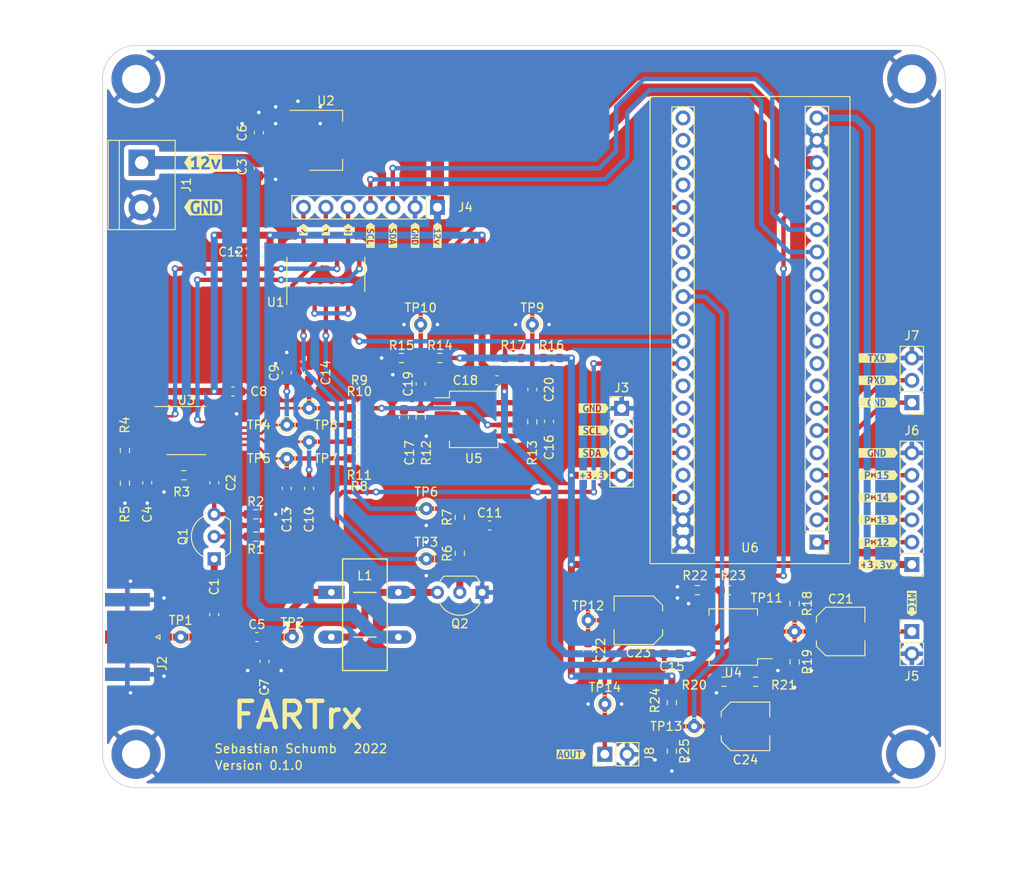
<source format=kicad_pcb>
(kicad_pcb (version 20211014) (generator pcbnew)

  (general
    (thickness 1.6)
  )

  (paper "A4")
  (title_block
    (comment 4 "AISLER Project ID: TRKRFPJH")
  )

  (layers
    (0 "F.Cu" signal)
    (31 "B.Cu" signal)
    (32 "B.Adhes" user "B.Adhesive")
    (33 "F.Adhes" user "F.Adhesive")
    (34 "B.Paste" user)
    (35 "F.Paste" user)
    (36 "B.SilkS" user "B.Silkscreen")
    (37 "F.SilkS" user "F.Silkscreen")
    (38 "B.Mask" user)
    (39 "F.Mask" user)
    (40 "Dwgs.User" user "User.Drawings")
    (41 "Cmts.User" user "User.Comments")
    (42 "Eco1.User" user "User.Eco1")
    (43 "Eco2.User" user "User.Eco2")
    (44 "Edge.Cuts" user)
    (45 "Margin" user)
    (46 "B.CrtYd" user "B.Courtyard")
    (47 "F.CrtYd" user "F.Courtyard")
    (48 "B.Fab" user)
    (49 "F.Fab" user)
    (50 "User.1" user)
    (51 "User.2" user)
    (52 "User.3" user)
    (53 "User.4" user)
    (54 "User.5" user)
    (55 "User.6" user)
    (56 "User.7" user)
    (57 "User.8" user)
    (58 "User.9" user)
  )

  (setup
    (stackup
      (layer "F.SilkS" (type "Top Silk Screen"))
      (layer "F.Paste" (type "Top Solder Paste"))
      (layer "F.Mask" (type "Top Solder Mask") (thickness 0.01))
      (layer "F.Cu" (type "copper") (thickness 0.035))
      (layer "dielectric 1" (type "core") (thickness 1.51) (material "FR4") (epsilon_r 4.5) (loss_tangent 0.02))
      (layer "B.Cu" (type "copper") (thickness 0.035))
      (layer "B.Mask" (type "Bottom Solder Mask") (thickness 0.01))
      (layer "B.Paste" (type "Bottom Solder Paste"))
      (layer "B.SilkS" (type "Bottom Silk Screen"))
      (copper_finish "None")
      (dielectric_constraints no)
    )
    (pad_to_mask_clearance 0)
    (pcbplotparams
      (layerselection 0x00010fc_ffffffff)
      (disableapertmacros false)
      (usegerberextensions false)
      (usegerberattributes true)
      (usegerberadvancedattributes true)
      (creategerberjobfile true)
      (svguseinch false)
      (svgprecision 6)
      (excludeedgelayer true)
      (plotframeref false)
      (viasonmask false)
      (mode 1)
      (useauxorigin false)
      (hpglpennumber 1)
      (hpglpenspeed 20)
      (hpglpendiameter 15.000000)
      (dxfpolygonmode true)
      (dxfimperialunits true)
      (dxfusepcbnewfont true)
      (psnegative false)
      (psa4output false)
      (plotreference true)
      (plotvalue true)
      (plotinvisibletext false)
      (sketchpadsonfab false)
      (subtractmaskfromsilk false)
      (outputformat 1)
      (mirror false)
      (drillshape 1)
      (scaleselection 1)
      (outputdirectory "")
    )
  )

  (net 0 "")
  (net 1 "Net-(C1-Pad2)")
  (net 2 "Net-(Q1-Pad2)")
  (net 3 "Net-(C2-Pad1)")
  (net 4 "GND")
  (net 5 "Net-(Q2-Pad2)")
  (net 6 "Net-(L1-Pad2)")
  (net 7 "RF")
  (net 8 "Net-(C5-Pad2)")
  (net 9 "Net-(C9-Pad1)")
  (net 10 "Net-(C13-Pad1)")
  (net 11 "Net-(R7-Pad2)")
  (net 12 "Net-(C10-Pad1)")
  (net 13 "Net-(C14-Pad1)")
  (net 14 "ADC_Q")
  (net 15 "ADC_I")
  (net 16 "Net-(C21-Pad1)")
  (net 17 "A_OUT")
  (net 18 "ADC_MIC")
  (net 19 "Net-(J8-Pad1)")
  (net 20 "CLK0")
  (net 21 "Net-(U1-Pad8)")
  (net 22 "CLK1")
  (net 23 "Net-(U1-Pad10)")
  (net 24 "BIAS_PWM")
  (net 25 "+5V")
  (net 26 "+12V")
  (net 27 "unconnected-(U3-Pad3)")
  (net 28 "unconnected-(U3-Pad4)")
  (net 29 "unconnected-(U3-Pad5)")
  (net 30 "unconnected-(U3-Pad6)")
  (net 31 "unconnected-(U3-Pad7)")
  (net 32 "Net-(C2-Pad2)")
  (net 33 "Net-(C24-Pad2)")
  (net 34 "Net-(R20-Pad1)")
  (net 35 "Net-(C23-Pad1)")
  (net 36 "Net-(R22-Pad1)")
  (net 37 "Net-(C17-Pad2)")
  (net 38 "Net-(R11-Pad2)")
  (net 39 "Net-(C17-Pad1)")
  (net 40 "SDA_PLL")
  (net 41 "SCL_PLL")
  (net 42 "RX_EN")
  (net 43 "unconnected-(U6-Pad11)")
  (net 44 "unconnected-(U6-Pad12)")
  (net 45 "SDA_DISP")
  (net 46 "SCL_DISP")
  (net 47 "unconnected-(U6-Pad21)")
  (net 48 "unconnected-(U6-Pad22)")
  (net 49 "unconnected-(U6-Pad30)")
  (net 50 "+3.3V")
  (net 51 "unconnected-(U6-Pad37)")
  (net 52 "Net-(J6-Pad3)")
  (net 53 "Net-(C16-Pad1)")
  (net 54 "Net-(R9-Pad2)")
  (net 55 "Net-(C16-Pad2)")
  (net 56 "Net-(C4-Pad1)")
  (net 57 "Net-(C11-Pad1)")
  (net 58 "Net-(C21-Pad2)")
  (net 59 "CLK2")
  (net 60 "Net-(J6-Pad2)")
  (net 61 "Net-(J6-Pad4)")
  (net 62 "Net-(J6-Pad5)")
  (net 63 "unconnected-(U6-Pad5)")
  (net 64 "unconnected-(U6-Pad34)")
  (net 65 "unconnected-(U6-Pad33)")
  (net 66 "unconnected-(U6-Pad8)")
  (net 67 "unconnected-(U6-Pad13)")
  (net 68 "unconnected-(U6-Pad9)")
  (net 69 "unconnected-(U6-Pad10)")
  (net 70 "unconnected-(U6-Pad28)")
  (net 71 "unconnected-(U6-Pad27)")
  (net 72 "unconnected-(U6-Pad24)")
  (net 73 "unconnected-(U6-Pad17)")
  (net 74 "unconnected-(U6-Pad23)")
  (net 75 "Net-(U1-Pad1)")
  (net 76 "Net-(U1-Pad3)")
  (net 77 "Net-(J7-Pad1)")
  (net 78 "Net-(J7-Pad2)")

  (footprint "MountingHole:MountingHole_3.2mm_M3_DIN965_Pad_TopBottom" (layer "F.Cu") (at 54.61 131.445))

  (footprint "Capacitor_SMD:C_0603_1608Metric_Pad1.08x0.95mm_HandSolder" (layer "F.Cu") (at 63.5 115.57 90))

  (footprint "TestPoint:TestPoint_THTPad_D1.5mm_Drill0.7mm" (layer "F.Cu") (at 118.11 128.27))

  (footprint "TestPoint:TestPoint_THTPad_D1.5mm_Drill0.7mm" (layer "F.Cu") (at 129.54 117.475))

  (footprint "Resistor_SMD:R_0603_1608Metric_Pad0.98x0.95mm_HandSolder" (layer "F.Cu") (at 79.815 92.075))

  (footprint "Capacitor_SMD:C_0603_1608Metric_Pad1.08x0.95mm_HandSolder" (layer "F.Cu") (at 69.215 120.8775 -90))

  (footprint "Resistor_SMD:R_0603_1608Metric_Pad0.98x0.95mm_HandSolder" (layer "F.Cu") (at 86.995 93.0675 90))

  (footprint "Resistor_SMD:R_0603_1608Metric_Pad0.98x0.95mm_HandSolder" (layer "F.Cu") (at 101.8775 86.36))

  (footprint "kibuzzard-63972C1C" (layer "F.Cu") (at 139.065 99.695))

  (footprint "Resistor_SMD:R_0603_1608Metric_Pad0.98x0.95mm_HandSolder" (layer "F.Cu") (at 129.54 114.3 -90))

  (footprint "Connector_PinHeader_2.54mm:PinHeader_1x07_P2.54mm_Vertical" (layer "F.Cu") (at 88.9 69.215 -90))

  (footprint "kibuzzard-63972ADE" (layer "F.Cu") (at 104.14 131.445))

  (footprint "kibuzzard-639729AB" (layer "F.Cu") (at 73.66 71.755 -90))

  (footprint "Resistor_SMD:R_0603_1608Metric_Pad0.98x0.95mm_HandSolder" (layer "F.Cu") (at 68.2225 104.14))

  (footprint "Package_SO:SO-8_5.3x6.2mm_P1.27mm" (layer "F.Cu") (at 93.0275 93.345))

  (footprint "Connector_Coaxial:SMA_Amphenol_132289_EdgeMount" (layer "F.Cu") (at 53.6225 118.11 180))

  (footprint "TestPoint:TestPoint_THTPad_D1.5mm_Drill0.7mm" (layer "F.Cu") (at 74.295 95.885))

  (footprint "Capacitor_SMD:C_0603_1608Metric_Pad1.08x0.95mm_HandSolder" (layer "F.Cu") (at 115.57 120.015 180))

  (footprint "MountingHole:MountingHole_3.2mm_M3_DIN965_Pad_TopBottom" (layer "F.Cu") (at 54.61 54.61))

  (footprint "kibuzzard-63972BCB" (layer "F.Cu") (at 139.065 97.155))

  (footprint "TestPoint:TestPoint_THTPad_D1.5mm_Drill0.7mm" (layer "F.Cu") (at 59.69 118.11))

  (footprint "kibuzzard-63972A34" (layer "F.Cu") (at 106.68 99.695))

  (footprint "kibuzzard-63972897" (layer "F.Cu") (at 62.23 64.135))

  (footprint "Capacitor_SMD:C_0603_1608Metric_Pad1.08x0.95mm_HandSolder" (layer "F.Cu") (at 74.295 88.0375 90))

  (footprint "Package_TO_SOT_THT:TO-92_Inline_Wide" (layer "F.Cu") (at 93.98 113.03 180))

  (footprint "Resistor_SMD:R_0603_1608Metric_Pad0.98x0.95mm_HandSolder" (layer "F.Cu") (at 53.34 100.6075 -90))

  (footprint "Capacitor_SMD:C_0603_1608Metric_Pad1.08x0.95mm_HandSolder" (layer "F.Cu") (at 68.58 64.77 -90))

  (footprint "Package_TO_SOT_THT:TO-92_Inline_Wide" (layer "F.Cu") (at 63.5 109.22 90))

  (footprint "Resistor_SMD:R_0603_1608Metric_Pad0.98x0.95mm_HandSolder" (layer "F.Cu") (at 79.815 97.79))

  (footprint "TestPoint:TestPoint_THTPad_D1.5mm_Drill0.7mm" (layer "F.Cu") (at 74.295 92.075))

  (footprint "Connector_PinHeader_2.54mm:PinHeader_1x06_P2.54mm_Vertical" (layer "F.Cu") (at 142.875 109.855 180))

  (footprint "kibuzzard-63972C14" (layer "F.Cu") (at 139.065 102.235))

  (footprint "TestPoint:TestPoint_THTPad_D1.5mm_Drill0.7mm" (layer "F.Cu") (at 87.63 103.505))

  (footprint "Connector_PinHeader_2.54mm:PinHeader_1x03_P2.54mm_Vertical" (layer "F.Cu") (at 142.875 91.44 180))

  (footprint "TestPoint:TestPoint_THTPad_D1.5mm_Drill0.7mm" (layer "F.Cu") (at 107.95 125.73))

  (footprint "kibuzzard-63972A59" (layer "F.Cu") (at 106.68 92.075))

  (footprint "Resistor_SMD:R_0603_1608Metric_Pad0.98x0.95mm_HandSolder" (layer "F.Cu") (at 115.57 131.0875 -90))

  (footprint "Capacitor_SMD:C_0603_1608Metric_Pad1.08x0.95mm_HandSolder" (layer "F.Cu") (at 63.5 100.5575 90))

  (footprint "Capacitor_SMD:C_0603_1608Metric_Pad1.08x0.95mm_HandSolder" (layer "F.Cu") (at 99.695 89.9425 90))

  (footprint "Resistor_SMD:R_0603_1608Metric_Pad0.98x0.95mm_HandSolder" (layer "F.Cu") (at 84.8125 86.36))

  (footprint "Resistor_SMD:R_0603_1608Metric_Pad0.98x0.95mm_HandSolder" (layer "F.Cu") (at 121.5155 123.19 180))

  (footprint "TestPoint:TestPoint_THTPad_D1.5mm_Drill0.7mm" (layer "F.Cu") (at 72.39 118.11))

  (footprint "TestPoint:TestPoint_THTPad_D1.5mm_Drill0.7mm" (layer "F.Cu") (at 86.995 82.55))

  (footprint "Resistor_SMD:R_0603_1608Metric_Pad0.98x0.95mm_HandSolder" (layer "F.Cu") (at 79.815 93.98))

  (footprint "Capacitor_SMD:C_0603_1608Metric_Pad1.08x0.95mm_HandSolder" (layer "F.Cu") (at 106.045 119.6075 -90))

  (footprint "Resistor_SMD:R_0603_1608Metric_Pad0.98x0.95mm_HandSolder" (layer "F.Cu") (at 122.0235 112.776 180))

  (footprint "kibuzzard-63972C01" (layer "F.Cu") (at 139.065 107.315))

  (footprint "kibuzzard-63972C0D" (layer "F.Cu") (at 139.065 104.775))

  (footprint "Capacitor_SMD:C_0603_1608Metric_Pad1.08x0.95mm_HandSolder" (layer "F.Cu") (at 94.8425 105.41))

  (footprint "Capacitor_SMD:C_0603_1608Metric_Pad1.08x0.95mm_HandSolder" (layer "F.Cu") (at 71.755 101.1925 -90))

  (footprint "TestPoint:TestPoint_THTPad_D1.5mm_Drill0.7mm" (layer "F.Cu") (at 99.695 82.55))

  (footprint "Package_SO:SO-8_5.3x6.2mm_P1.27mm" (layer "F.Cu") (at 122.555 118.11 180))

  (footprint "MountingHole:MountingHole_3.2mm_M3_DIN965_Pad_TopBottom" (layer "F.Cu") (at 142.748 131.445))

  (footprint "Package_SO:TSSOP-16_4.4x5mm_P0.65mm" (layer "F.Cu") (at 60.325 94.615))

  (footprint "Connector_PinHeader_2.54mm:PinHeader_1x02_P2.54mm_Vertical" (layer "F.Cu") (at 107.94 131.445 90))

  (footprint "kibuzzard-63972E7D" (layer "F.Cu") (at 139.065 91.44))

  (footprint "Resistor_SMD:R_0603_1608Metric_Pad0.98x0.95mm_HandSolder" (layer "F.Cu") (at 97.5125 86.36))

  (footprint "Capacitor_SMD:C_0603_1608Metric_Pad1.08x0.95mm_HandSolder" (layer "F.Cu") (at 68.58 60.7325 90))

  (footprint "Resistor_SMD:R_0603_1608Metric_Pad0.98x0.95mm_HandSolder" (layer "F.Cu") (at 125.095 123.19 180))

  (footprint "Capacitor_SMD:C_Elec_5x5.8" (layer "F.Cu")
    (tedit 5BC8D926) (tstamp 90d29924-27cf-4bdc-aa2c-cfb0163709be)
    (at 134.7775 117.475)
    (descr "SMD capacitor, aluminum electrolytic nonpolar, 5.0x5.
... [1141510 chars truncated]
</source>
